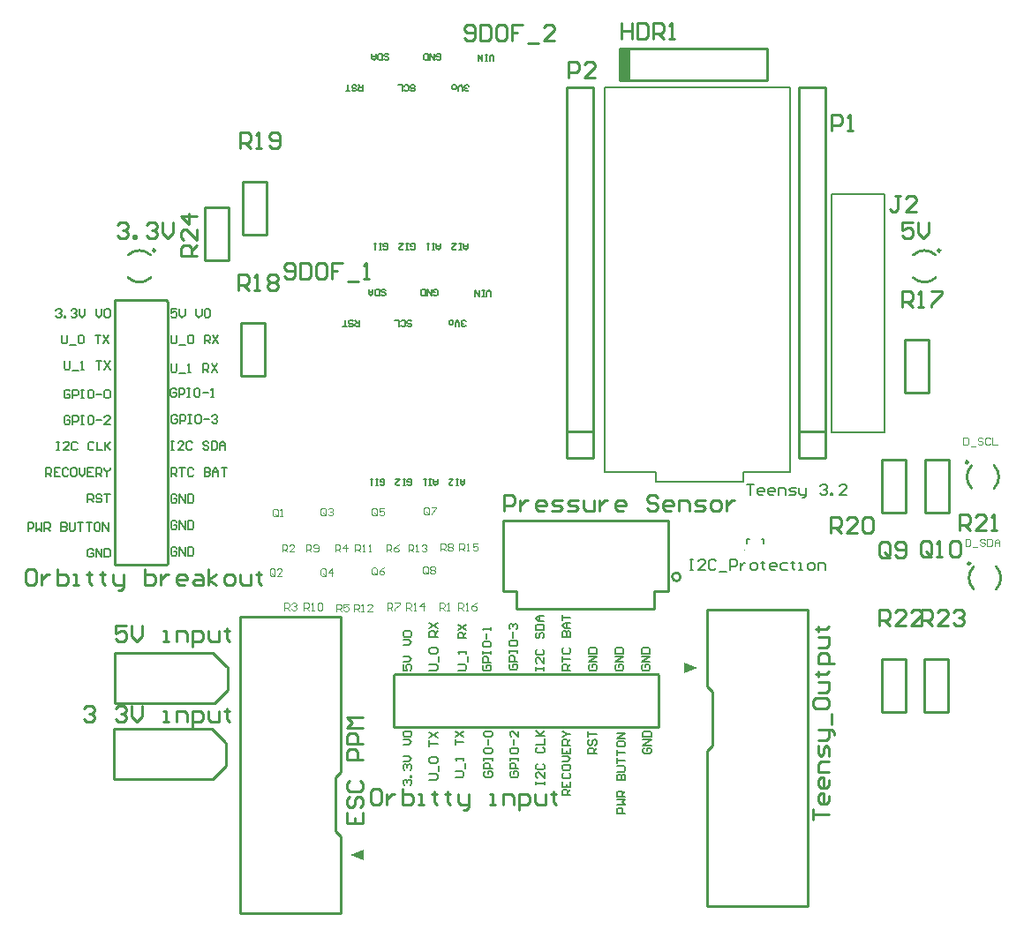
<source format=gto>
G04 Layer_Color=15132400*
%FSLAX24Y24*%
%MOIN*%
G70*
G01*
G75*
%ADD14C,0.0100*%
%ADD31C,0.0039*%
%ADD32C,0.0079*%
%ADD33C,0.0080*%
%ADD34C,0.0059*%
%ADD35C,0.0055*%
%ADD36R,0.0400X0.1200*%
G36*
X19140Y25469D02*
X18640Y25669D01*
X19140Y25869D01*
Y25469D01*
D02*
G37*
G36*
X31754Y32756D02*
X31254Y32556D01*
Y32956D01*
X31754Y32756D01*
D02*
G37*
D14*
X11269Y48513D02*
G03*
X11269Y48513I-50J0D01*
G01*
X11095Y48339D02*
G03*
X10244Y48339I-426J-426D01*
G01*
Y47488D02*
G03*
X11095Y47488I426J426D01*
G01*
X40915Y48513D02*
G03*
X40915Y48513I-50J0D01*
G01*
X40741Y48339D02*
G03*
X39889Y48339I-426J-426D01*
G01*
Y47488D02*
G03*
X40741Y47488I426J426D01*
G01*
X41970Y40511D02*
G03*
X41970Y40511I-50J0D01*
G01*
X42094Y40386D02*
G03*
X42094Y39535I426J-426D01*
G01*
X42945D02*
G03*
X42945Y40386I-426J426D01*
G01*
X42048Y36692D02*
G03*
X42048Y36692I-50J0D01*
G01*
X42173Y36567D02*
G03*
X42173Y35716I426J-426D01*
G01*
X43024D02*
G03*
X43024Y36567I-426J426D01*
G01*
X31102Y36181D02*
G03*
X31102Y36181I-157J0D01*
G01*
X14033Y48134D02*
Y50134D01*
X13133Y48134D02*
X14033D01*
X13133Y50134D02*
X14033D01*
X13133Y48134D02*
Y50134D01*
X40489Y43134D02*
Y45134D01*
X39589Y43134D02*
X40489D01*
X39589Y45134D02*
X40489D01*
X39589Y43134D02*
Y45134D01*
X38723Y38606D02*
Y40606D01*
X39623D01*
X38723Y38606D02*
X39623D01*
Y40606D01*
X40337Y38606D02*
Y40606D01*
X41237D01*
X40337Y38606D02*
X41237D01*
Y40606D01*
X32104Y32056D02*
Y34956D01*
Y32056D02*
X32304Y31856D01*
X32104Y23756D02*
Y29606D01*
X32304Y29806D01*
X32104Y23756D02*
X35904D01*
Y34956D01*
X32104D02*
X35904D01*
X32304Y29806D02*
Y31856D01*
X28814Y54951D02*
Y56151D01*
Y54951D02*
X34364D01*
Y56151D01*
X28814D02*
X34364D01*
X27823Y40681D02*
Y54681D01*
X26823Y40681D02*
X27823D01*
X26823Y54681D02*
X27823D01*
X26823Y40681D02*
Y54681D01*
Y41681D02*
X27823D01*
X40298Y31087D02*
Y33087D01*
X41198D01*
X40298Y31087D02*
X41198D01*
Y33087D01*
X38723Y31087D02*
Y33087D01*
X39623D01*
X38723Y31087D02*
X39623D01*
Y33087D01*
X30114Y35630D02*
X30626D01*
X30114Y34961D02*
Y35630D01*
X24917Y34961D02*
X30114D01*
X24917D02*
Y35630D01*
X24406D02*
X24917D01*
X24406D02*
Y38307D01*
X30626D01*
Y35630D02*
Y38307D01*
X14589Y49118D02*
Y51118D01*
X15489D01*
X14589Y49118D02*
X15489D01*
Y51118D01*
X14511Y43764D02*
Y45764D01*
X15411D01*
X14511Y43764D02*
X15411D01*
Y45764D01*
X11678Y36642D02*
X11728Y36692D01*
X9728Y36642D02*
X11678D01*
X9728D02*
Y46642D01*
X11728Y36692D02*
Y46592D01*
X9728Y46642D02*
X11678D01*
X11728Y46592D01*
X13956Y29038D02*
Y29888D01*
X13906Y29938D02*
X13956Y29888D01*
X13406Y30438D02*
X13906Y29938D01*
X10956Y30438D02*
X13406D01*
X13456Y28538D02*
X13956Y29038D01*
X12906Y28538D02*
X13456D01*
X9706Y29488D02*
Y30438D01*
X10956D01*
X9706Y28538D02*
X12906D01*
X9706D02*
Y29438D01*
X10906Y28538D02*
X11056D01*
X9706Y29438D02*
Y29488D01*
X20287Y32466D02*
X20337Y32516D01*
X20287Y30516D02*
Y32466D01*
X20337Y32516D02*
X30237D01*
X20287Y30516D02*
X30287D01*
Y32466D01*
X30237Y32516D02*
X30287Y32466D01*
X18290Y23469D02*
Y26369D01*
X18090Y26569D02*
X18290Y26369D01*
Y28819D02*
Y34669D01*
X18090Y28619D02*
X18290Y28819D01*
X14490Y34669D02*
X18290D01*
X14490Y23469D02*
Y34669D01*
Y23469D02*
X18290D01*
X18090Y26569D02*
Y28619D01*
X13995Y31912D02*
Y32762D01*
X13945Y32812D02*
X13995Y32762D01*
X13445Y33312D02*
X13945Y32812D01*
X10995Y33312D02*
X13445D01*
X13495Y31412D02*
X13995Y31912D01*
X12945Y31412D02*
X13495D01*
X9745Y32362D02*
Y33312D01*
X10995D01*
X9745Y31412D02*
X12945D01*
X9745D02*
Y32312D01*
X10945Y31412D02*
X11095D01*
X9745Y32312D02*
Y32362D01*
X36563Y40681D02*
Y54681D01*
X35563Y40681D02*
X36563D01*
X35563Y54681D02*
X36563D01*
X35563Y40681D02*
Y54681D01*
Y41681D02*
X36563D01*
X12835Y48307D02*
X12235D01*
Y48607D01*
X12335Y48707D01*
X12535D01*
X12635Y48607D01*
Y48307D01*
Y48507D02*
X12835Y48707D01*
Y49307D02*
Y48907D01*
X12435Y49307D01*
X12335D01*
X12235Y49207D01*
Y49007D01*
X12335Y48907D01*
X12835Y49807D02*
X12235D01*
X12535Y49507D01*
Y49907D01*
X39489Y46381D02*
Y46980D01*
X39789D01*
X39889Y46880D01*
Y46681D01*
X39789Y46581D01*
X39489D01*
X39689D02*
X39889Y46381D01*
X40089D02*
X40289D01*
X40189D01*
Y46980D01*
X40089Y46880D01*
X40589Y46980D02*
X40989D01*
Y46880D01*
X40589Y46481D01*
Y46381D01*
X39890Y49590D02*
X39490D01*
Y49290D01*
X39690Y49390D01*
X39790D01*
X39890Y49290D01*
Y49090D01*
X39790Y48990D01*
X39590D01*
X39490Y49090D01*
X40090Y49590D02*
Y49190D01*
X40290Y48990D01*
X40490Y49190D01*
Y49590D01*
X9840Y49490D02*
X9940Y49590D01*
X10140D01*
X10240Y49490D01*
Y49390D01*
X10140Y49290D01*
X10040D01*
X10140D01*
X10240Y49190D01*
Y49090D01*
X10140Y48990D01*
X9940D01*
X9840Y49090D01*
X10440Y48990D02*
Y49090D01*
X10540D01*
Y48990D01*
X10440D01*
X10940Y49490D02*
X11040Y49590D01*
X11240D01*
X11340Y49490D01*
Y49390D01*
X11240Y49290D01*
X11140D01*
X11240D01*
X11340Y49190D01*
Y49090D01*
X11240Y48990D01*
X11040D01*
X10940Y49090D01*
X11539Y49590D02*
Y49190D01*
X11739Y48990D01*
X11939Y49190D01*
Y49590D01*
X36093Y27008D02*
Y27408D01*
Y27208D01*
X36693D01*
Y27908D02*
Y27708D01*
X36593Y27608D01*
X36393D01*
X36293Y27708D01*
Y27908D01*
X36393Y28008D01*
X36493D01*
Y27608D01*
X36693Y28507D02*
Y28307D01*
X36593Y28207D01*
X36393D01*
X36293Y28307D01*
Y28507D01*
X36393Y28607D01*
X36493D01*
Y28207D01*
X36693Y28807D02*
X36293D01*
Y29107D01*
X36393Y29207D01*
X36693D01*
Y29407D02*
Y29707D01*
X36593Y29807D01*
X36493Y29707D01*
Y29507D01*
X36393Y29407D01*
X36293Y29507D01*
Y29807D01*
Y30007D02*
X36593D01*
X36693Y30107D01*
Y30407D01*
X36793D01*
X36893Y30307D01*
Y30207D01*
X36693Y30407D02*
X36293D01*
X36793Y30607D02*
Y31007D01*
X36093Y31506D02*
Y31306D01*
X36193Y31207D01*
X36593D01*
X36693Y31306D01*
Y31506D01*
X36593Y31606D01*
X36193D01*
X36093Y31506D01*
X36293Y31806D02*
X36593D01*
X36693Y31906D01*
Y32206D01*
X36293D01*
X36193Y32506D02*
X36293D01*
Y32406D01*
Y32606D01*
Y32506D01*
X36593D01*
X36693Y32606D01*
X36893Y32906D02*
X36293D01*
Y33206D01*
X36393Y33306D01*
X36593D01*
X36693Y33206D01*
Y32906D01*
X36293Y33506D02*
X36593D01*
X36693Y33606D01*
Y33906D01*
X36293D01*
X36193Y34206D02*
X36293D01*
Y34106D01*
Y34306D01*
Y34206D01*
X36593D01*
X36693Y34306D01*
X26869Y55033D02*
Y55632D01*
X27169D01*
X27269Y55532D01*
Y55332D01*
X27169Y55232D01*
X26869D01*
X27868Y55033D02*
X27469D01*
X27868Y55432D01*
Y55532D01*
X27768Y55632D01*
X27569D01*
X27469Y55532D01*
X36811Y53032D02*
Y53631D01*
X37111D01*
X37211Y53531D01*
Y53331D01*
X37111Y53231D01*
X36811D01*
X37411Y53032D02*
X37611D01*
X37511D01*
Y53631D01*
X37411Y53531D01*
X28865Y57104D02*
Y56504D01*
Y56804D01*
X29265D01*
Y57104D01*
Y56504D01*
X29464Y57104D02*
Y56504D01*
X29764D01*
X29864Y56604D01*
Y57004D01*
X29764Y57104D01*
X29464D01*
X30064Y56504D02*
Y57104D01*
X30364D01*
X30464Y57004D01*
Y56804D01*
X30364Y56704D01*
X30064D01*
X30264D02*
X30464Y56504D01*
X30664D02*
X30864D01*
X30764D01*
Y57104D01*
X30664Y57004D01*
X40193Y34332D02*
Y34931D01*
X40493D01*
X40593Y34831D01*
Y34632D01*
X40493Y34532D01*
X40193D01*
X40393D02*
X40593Y34332D01*
X41193D02*
X40793D01*
X41193Y34731D01*
Y34831D01*
X41093Y34931D01*
X40893D01*
X40793Y34831D01*
X41393D02*
X41493Y34931D01*
X41693D01*
X41793Y34831D01*
Y34731D01*
X41693Y34632D01*
X41593D01*
X41693D01*
X41793Y34532D01*
Y34432D01*
X41693Y34332D01*
X41493D01*
X41393Y34432D01*
X38618Y34332D02*
Y34931D01*
X38918D01*
X39018Y34831D01*
Y34632D01*
X38918Y34532D01*
X38618D01*
X38818D02*
X39018Y34332D01*
X39618D02*
X39218D01*
X39618Y34731D01*
Y34831D01*
X39518Y34931D01*
X39318D01*
X39218Y34831D01*
X40218Y34332D02*
X39818D01*
X40218Y34731D01*
Y34831D01*
X40118Y34931D01*
X39918D01*
X39818Y34831D01*
X41654Y37953D02*
Y38553D01*
X41953D01*
X42053Y38453D01*
Y38253D01*
X41953Y38153D01*
X41654D01*
X41853D02*
X42053Y37953D01*
X42653D02*
X42253D01*
X42653Y38353D01*
Y38453D01*
X42553Y38553D01*
X42353D01*
X42253Y38453D01*
X42853Y37953D02*
X43053D01*
X42953D01*
Y38553D01*
X42853Y38453D01*
X36772Y37835D02*
Y38434D01*
X37072D01*
X37172Y38334D01*
Y38135D01*
X37072Y38035D01*
X36772D01*
X36972D02*
X37172Y37835D01*
X37771D02*
X37371D01*
X37771Y38235D01*
Y38334D01*
X37671Y38434D01*
X37471D01*
X37371Y38334D01*
X37971D02*
X38071Y38434D01*
X38271D01*
X38371Y38334D01*
Y37935D01*
X38271Y37835D01*
X38071D01*
X37971Y37935D01*
Y38334D01*
X14484Y52363D02*
Y52963D01*
X14784D01*
X14884Y52863D01*
Y52663D01*
X14784Y52563D01*
X14484D01*
X14684D02*
X14884Y52363D01*
X15084D02*
X15284D01*
X15184D01*
Y52963D01*
X15084Y52863D01*
X15584Y52463D02*
X15684Y52363D01*
X15884D01*
X15984Y52463D01*
Y52863D01*
X15884Y52963D01*
X15684D01*
X15584Y52863D01*
Y52763D01*
X15684Y52663D01*
X15984D01*
X14406Y47009D02*
Y47609D01*
X14706D01*
X14806Y47509D01*
Y47309D01*
X14706Y47209D01*
X14406D01*
X14606D02*
X14806Y47009D01*
X15005D02*
X15205D01*
X15105D01*
Y47609D01*
X15005Y47509D01*
X15505D02*
X15605Y47609D01*
X15805D01*
X15905Y47509D01*
Y47409D01*
X15805Y47309D01*
X15905Y47209D01*
Y47109D01*
X15805Y47009D01*
X15605D01*
X15505Y47109D01*
Y47209D01*
X15605Y47309D01*
X15505Y47409D01*
Y47509D01*
X15605Y47309D02*
X15805D01*
X40587Y37036D02*
Y37435D01*
X40487Y37535D01*
X40287D01*
X40187Y37435D01*
Y37036D01*
X40287Y36936D01*
X40487D01*
X40387Y37135D02*
X40587Y36936D01*
X40487D02*
X40587Y37036D01*
X40787Y36936D02*
X40986D01*
X40887D01*
Y37535D01*
X40787Y37435D01*
X41286D02*
X41386Y37535D01*
X41586D01*
X41686Y37435D01*
Y37036D01*
X41586Y36936D01*
X41386D01*
X41286Y37036D01*
Y37435D01*
X39012Y36996D02*
Y37396D01*
X38912Y37496D01*
X38712D01*
X38612Y37396D01*
Y36996D01*
X38712Y36896D01*
X38912D01*
X38812Y37096D02*
X39012Y36896D01*
X38912D02*
X39012Y36996D01*
X39212D02*
X39312Y36896D01*
X39512D01*
X39612Y36996D01*
Y37396D01*
X39512Y37496D01*
X39312D01*
X39212Y37396D01*
Y37296D01*
X39312Y37196D01*
X39612D01*
X24453Y38661D02*
Y39261D01*
X24753D01*
X24853Y39161D01*
Y38961D01*
X24753Y38861D01*
X24453D01*
X25053Y39061D02*
Y38661D01*
Y38861D01*
X25153Y38961D01*
X25252Y39061D01*
X25352D01*
X25952Y38661D02*
X25752D01*
X25652Y38761D01*
Y38961D01*
X25752Y39061D01*
X25952D01*
X26052Y38961D01*
Y38861D01*
X25652D01*
X26252Y38661D02*
X26552D01*
X26652Y38761D01*
X26552Y38861D01*
X26352D01*
X26252Y38961D01*
X26352Y39061D01*
X26652D01*
X26852Y38661D02*
X27152D01*
X27252Y38761D01*
X27152Y38861D01*
X26952D01*
X26852Y38961D01*
X26952Y39061D01*
X27252D01*
X27452D02*
Y38761D01*
X27552Y38661D01*
X27852D01*
Y39061D01*
X28052D02*
Y38661D01*
Y38861D01*
X28152Y38961D01*
X28252Y39061D01*
X28351D01*
X28951Y38661D02*
X28751D01*
X28651Y38761D01*
Y38961D01*
X28751Y39061D01*
X28951D01*
X29051Y38961D01*
Y38861D01*
X28651D01*
X30251Y39161D02*
X30151Y39261D01*
X29951D01*
X29851Y39161D01*
Y39061D01*
X29951Y38961D01*
X30151D01*
X30251Y38861D01*
Y38761D01*
X30151Y38661D01*
X29951D01*
X29851Y38761D01*
X30751Y38661D02*
X30551D01*
X30451Y38761D01*
Y38961D01*
X30551Y39061D01*
X30751D01*
X30851Y38961D01*
Y38861D01*
X30451D01*
X31051Y38661D02*
Y39061D01*
X31351D01*
X31450Y38961D01*
Y38661D01*
X31650D02*
X31950D01*
X32050Y38761D01*
X31950Y38861D01*
X31750D01*
X31650Y38961D01*
X31750Y39061D01*
X32050D01*
X32350Y38661D02*
X32550D01*
X32650Y38761D01*
Y38961D01*
X32550Y39061D01*
X32350D01*
X32250Y38961D01*
Y38761D01*
X32350Y38661D01*
X32850Y39061D02*
Y38661D01*
Y38861D01*
X32950Y38961D01*
X33050Y39061D01*
X33150D01*
X6678Y36466D02*
X6478D01*
X6378Y36366D01*
Y35966D01*
X6478Y35866D01*
X6678D01*
X6778Y35966D01*
Y36366D01*
X6678Y36466D01*
X6978Y36266D02*
Y35866D01*
Y36066D01*
X7078Y36166D01*
X7178Y36266D01*
X7278D01*
X7578Y36466D02*
Y35866D01*
X7877D01*
X7977Y35966D01*
Y36066D01*
Y36166D01*
X7877Y36266D01*
X7578D01*
X8177Y35866D02*
X8377D01*
X8277D01*
Y36266D01*
X8177D01*
X8777Y36366D02*
Y36266D01*
X8677D01*
X8877D01*
X8777D01*
Y35966D01*
X8877Y35866D01*
X9277Y36366D02*
Y36266D01*
X9177D01*
X9377D01*
X9277D01*
Y35966D01*
X9377Y35866D01*
X9677Y36266D02*
Y35966D01*
X9777Y35866D01*
X10077D01*
Y35766D01*
X9977Y35666D01*
X9877D01*
X10077Y35866D02*
Y36266D01*
X10876Y36466D02*
Y35866D01*
X11176D01*
X11276Y35966D01*
Y36066D01*
Y36166D01*
X11176Y36266D01*
X10876D01*
X11476D02*
Y35866D01*
Y36066D01*
X11576Y36166D01*
X11676Y36266D01*
X11776D01*
X12376Y35866D02*
X12176D01*
X12076Y35966D01*
Y36166D01*
X12176Y36266D01*
X12376D01*
X12476Y36166D01*
Y36066D01*
X12076D01*
X12776Y36266D02*
X12976D01*
X13076Y36166D01*
Y35866D01*
X12776D01*
X12676Y35966D01*
X12776Y36066D01*
X13076D01*
X13276Y35866D02*
Y36466D01*
Y36066D02*
X13576Y36266D01*
X13276Y36066D02*
X13576Y35866D01*
X13975D02*
X14175D01*
X14275Y35966D01*
Y36166D01*
X14175Y36266D01*
X13975D01*
X13876Y36166D01*
Y35966D01*
X13975Y35866D01*
X14475Y36266D02*
Y35966D01*
X14575Y35866D01*
X14875D01*
Y36266D01*
X15175Y36366D02*
Y36266D01*
X15075D01*
X15275D01*
X15175D01*
Y35966D01*
X15275Y35866D01*
X18495Y27290D02*
Y26890D01*
X19094D01*
Y27290D01*
X18795Y26890D02*
Y27090D01*
X18595Y27889D02*
X18495Y27789D01*
Y27590D01*
X18595Y27490D01*
X18695D01*
X18795Y27590D01*
Y27789D01*
X18895Y27889D01*
X18995D01*
X19094Y27789D01*
Y27590D01*
X18995Y27490D01*
X18595Y28489D02*
X18495Y28389D01*
Y28189D01*
X18595Y28089D01*
X18995D01*
X19094Y28189D01*
Y28389D01*
X18995Y28489D01*
X19094Y29289D02*
X18495D01*
Y29589D01*
X18595Y29689D01*
X18795D01*
X18895Y29589D01*
Y29289D01*
X19094Y29889D02*
X18495D01*
Y30189D01*
X18595Y30289D01*
X18795D01*
X18895Y30189D01*
Y29889D01*
X19094Y30489D02*
X18495D01*
X18695Y30689D01*
X18495Y30888D01*
X19094D01*
X8583Y31209D02*
X8683Y31308D01*
X8883D01*
X8983Y31209D01*
Y31109D01*
X8883Y31009D01*
X8783D01*
X8883D01*
X8983Y30909D01*
Y30809D01*
X8883Y30709D01*
X8683D01*
X8583Y30809D01*
X9782Y31209D02*
X9882Y31308D01*
X10082D01*
X10182Y31209D01*
Y31109D01*
X10082Y31009D01*
X9982D01*
X10082D01*
X10182Y30909D01*
Y30809D01*
X10082Y30709D01*
X9882D01*
X9782Y30809D01*
X10382Y31308D02*
Y30909D01*
X10582Y30709D01*
X10782Y30909D01*
Y31308D01*
X11582Y30709D02*
X11782D01*
X11682D01*
Y31109D01*
X11582D01*
X12082Y30709D02*
Y31109D01*
X12381D01*
X12481Y31009D01*
Y30709D01*
X12681Y30509D02*
Y31109D01*
X12981D01*
X13081Y31009D01*
Y30809D01*
X12981Y30709D01*
X12681D01*
X13281Y31109D02*
Y30809D01*
X13381Y30709D01*
X13681D01*
Y31109D01*
X13981Y31209D02*
Y31109D01*
X13881D01*
X14081D01*
X13981D01*
Y30809D01*
X14081Y30709D01*
X22953Y56557D02*
X23053Y56457D01*
X23253D01*
X23353Y56557D01*
Y56957D01*
X23253Y57056D01*
X23053D01*
X22953Y56957D01*
Y56857D01*
X23053Y56757D01*
X23353D01*
X23553Y57056D02*
Y56457D01*
X23852D01*
X23952Y56557D01*
Y56957D01*
X23852Y57056D01*
X23553D01*
X24452D02*
X24252D01*
X24152Y56957D01*
Y56557D01*
X24252Y56457D01*
X24452D01*
X24552Y56557D01*
Y56957D01*
X24452Y57056D01*
X25152D02*
X24752D01*
Y56757D01*
X24952D01*
X24752D01*
Y56457D01*
X25352Y56357D02*
X25752D01*
X26352Y56457D02*
X25952D01*
X26352Y56857D01*
Y56957D01*
X26252Y57056D01*
X26052D01*
X25952Y56957D01*
X16142Y47541D02*
X16242Y47441D01*
X16442D01*
X16542Y47541D01*
Y47941D01*
X16442Y48041D01*
X16242D01*
X16142Y47941D01*
Y47841D01*
X16242Y47741D01*
X16542D01*
X16742Y48041D02*
Y47441D01*
X17041D01*
X17141Y47541D01*
Y47941D01*
X17041Y48041D01*
X16742D01*
X17641D02*
X17441D01*
X17341Y47941D01*
Y47541D01*
X17441Y47441D01*
X17641D01*
X17741Y47541D01*
Y47941D01*
X17641Y48041D01*
X18341D02*
X17941D01*
Y47741D01*
X18141D01*
X17941D01*
Y47441D01*
X18541Y47341D02*
X18941D01*
X19141Y47441D02*
X19341D01*
X19241D01*
Y48041D01*
X19141Y47941D01*
X10164Y34340D02*
X9764D01*
Y34040D01*
X9964Y34140D01*
X10064D01*
X10164Y34040D01*
Y33840D01*
X10064Y33740D01*
X9864D01*
X9764Y33840D01*
X10364Y34340D02*
Y33940D01*
X10564Y33740D01*
X10763Y33940D01*
Y34340D01*
X11563Y33740D02*
X11763D01*
X11663D01*
Y34140D01*
X11563D01*
X12063Y33740D02*
Y34140D01*
X12363D01*
X12463Y34040D01*
Y33740D01*
X12663Y33540D02*
Y34140D01*
X12963D01*
X13063Y34040D01*
Y33840D01*
X12963Y33740D01*
X12663D01*
X13263Y34140D02*
Y33840D01*
X13363Y33740D01*
X13663D01*
Y34140D01*
X13962Y34240D02*
Y34140D01*
X13862D01*
X14062D01*
X13962D01*
Y33840D01*
X14062Y33740D01*
X39416Y50560D02*
X39216D01*
X39316D01*
Y50061D01*
X39216Y49961D01*
X39116D01*
X39016Y50061D01*
X40015Y49961D02*
X39616D01*
X40015Y50360D01*
Y50460D01*
X39915Y50560D01*
X39716D01*
X39616Y50460D01*
X19709Y28159D02*
X19509D01*
X19409Y28059D01*
Y27659D01*
X19509Y27559D01*
X19709D01*
X19809Y27659D01*
Y28059D01*
X19709Y28159D01*
X20009Y27959D02*
Y27559D01*
Y27759D01*
X20109Y27859D01*
X20209Y27959D01*
X20309D01*
X20609Y28159D02*
Y27559D01*
X20909D01*
X21009Y27659D01*
Y27759D01*
Y27859D01*
X20909Y27959D01*
X20609D01*
X21209Y27559D02*
X21409D01*
X21309D01*
Y27959D01*
X21209D01*
X21809Y28059D02*
Y27959D01*
X21709D01*
X21909D01*
X21809D01*
Y27659D01*
X21909Y27559D01*
X22309Y28059D02*
Y27959D01*
X22209D01*
X22408D01*
X22309D01*
Y27659D01*
X22408Y27559D01*
X22708Y27959D02*
Y27659D01*
X22808Y27559D01*
X23108D01*
Y27459D01*
X23008Y27359D01*
X22908D01*
X23108Y27559D02*
Y27959D01*
X23908Y27559D02*
X24108D01*
X24008D01*
Y27959D01*
X23908D01*
X24408Y27559D02*
Y27959D01*
X24708D01*
X24808Y27859D01*
Y27559D01*
X25008Y27359D02*
Y27959D01*
X25308D01*
X25408Y27859D01*
Y27659D01*
X25308Y27559D01*
X25008D01*
X25607Y27959D02*
Y27659D01*
X25707Y27559D01*
X26007D01*
Y27959D01*
X26307Y28059D02*
Y27959D01*
X26207D01*
X26407D01*
X26307D01*
Y27659D01*
X26407Y27559D01*
D31*
X33532Y37186D02*
G03*
X33532Y37186I-20J0D01*
G01*
X22717Y34921D02*
Y35197D01*
X22854D01*
X22900Y35151D01*
Y35059D01*
X22854Y35013D01*
X22717D01*
X22808D02*
X22900Y34921D01*
X22992D02*
X23084D01*
X23038D01*
Y35197D01*
X22992Y35151D01*
X23405Y35197D02*
X23313Y35151D01*
X23222Y35059D01*
Y34967D01*
X23268Y34921D01*
X23359D01*
X23405Y34967D01*
Y35013D01*
X23359Y35059D01*
X23222D01*
X22756Y37165D02*
Y37441D01*
X22894D01*
X22940Y37395D01*
Y37303D01*
X22894Y37257D01*
X22756D01*
X22848D02*
X22940Y37165D01*
X23031D02*
X23123D01*
X23077D01*
Y37441D01*
X23031Y37395D01*
X23445Y37441D02*
X23261D01*
Y37303D01*
X23353Y37349D01*
X23399D01*
X23445Y37303D01*
Y37211D01*
X23399Y37165D01*
X23307D01*
X23261Y37211D01*
X20748Y34921D02*
Y35197D01*
X20886D01*
X20932Y35151D01*
Y35059D01*
X20886Y35013D01*
X20748D01*
X20840D02*
X20932Y34921D01*
X21024D02*
X21115D01*
X21069D01*
Y35197D01*
X21024Y35151D01*
X21391Y34921D02*
Y35197D01*
X21253Y35059D01*
X21437D01*
X20827Y37126D02*
Y37401D01*
X20965D01*
X21010Y37356D01*
Y37264D01*
X20965Y37218D01*
X20827D01*
X20919D02*
X21010Y37126D01*
X21102D02*
X21194D01*
X21148D01*
Y37401D01*
X21102Y37356D01*
X21332D02*
X21378Y37401D01*
X21470D01*
X21516Y37356D01*
Y37310D01*
X21470Y37264D01*
X21424D01*
X21470D01*
X21516Y37218D01*
Y37172D01*
X21470Y37126D01*
X21378D01*
X21332Y37172D01*
X18780Y34882D02*
Y35157D01*
X18917D01*
X18963Y35111D01*
Y35020D01*
X18917Y34974D01*
X18780D01*
X18871D02*
X18963Y34882D01*
X19055D02*
X19147D01*
X19101D01*
Y35157D01*
X19055Y35111D01*
X19468Y34882D02*
X19285D01*
X19468Y35066D01*
Y35111D01*
X19422Y35157D01*
X19331D01*
X19285Y35111D01*
X18819Y37126D02*
Y37401D01*
X18957D01*
X19003Y37356D01*
Y37264D01*
X18957Y37218D01*
X18819D01*
X18911D02*
X19003Y37126D01*
X19094D02*
X19186D01*
X19140D01*
Y37401D01*
X19094Y37356D01*
X19324Y37126D02*
X19416D01*
X19370D01*
Y37401D01*
X19324Y37356D01*
X16890Y34921D02*
Y35197D01*
X17028D01*
X17073Y35151D01*
Y35059D01*
X17028Y35013D01*
X16890D01*
X16982D02*
X17073Y34921D01*
X17165D02*
X17257D01*
X17211D01*
Y35197D01*
X17165Y35151D01*
X17395D02*
X17441Y35197D01*
X17533D01*
X17579Y35151D01*
Y34967D01*
X17533Y34921D01*
X17441D01*
X17395Y34967D01*
Y35151D01*
X16968Y37126D02*
Y37401D01*
X17106D01*
X17152Y37356D01*
Y37264D01*
X17106Y37218D01*
X16968D01*
X17060D02*
X17152Y37126D01*
X17244Y37172D02*
X17290Y37126D01*
X17382D01*
X17428Y37172D01*
Y37356D01*
X17382Y37401D01*
X17290D01*
X17244Y37356D01*
Y37310D01*
X17290Y37264D01*
X17428D01*
X22047Y37165D02*
Y37441D01*
X22185D01*
X22231Y37395D01*
Y37303D01*
X22185Y37257D01*
X22047D01*
X22139D02*
X22231Y37165D01*
X22323Y37395D02*
X22369Y37441D01*
X22460D01*
X22506Y37395D01*
Y37349D01*
X22460Y37303D01*
X22506Y37257D01*
Y37211D01*
X22460Y37165D01*
X22369D01*
X22323Y37211D01*
Y37257D01*
X22369Y37303D01*
X22323Y37349D01*
Y37395D01*
X22369Y37303D02*
X22460D01*
X20039Y34921D02*
Y35197D01*
X20177D01*
X20223Y35151D01*
Y35059D01*
X20177Y35013D01*
X20039D01*
X20131D02*
X20223Y34921D01*
X20315Y35197D02*
X20499D01*
Y35151D01*
X20315Y34967D01*
Y34921D01*
X20000Y37126D02*
Y37401D01*
X20138D01*
X20184Y37356D01*
Y37264D01*
X20138Y37218D01*
X20000D01*
X20092D02*
X20184Y37126D01*
X20459Y37401D02*
X20367Y37356D01*
X20275Y37264D01*
Y37172D01*
X20321Y37126D01*
X20413D01*
X20459Y37172D01*
Y37218D01*
X20413Y37264D01*
X20275D01*
X18110Y34882D02*
Y35157D01*
X18248D01*
X18294Y35111D01*
Y35020D01*
X18248Y34974D01*
X18110D01*
X18202D02*
X18294Y34882D01*
X18569Y35157D02*
X18386D01*
Y35020D01*
X18478Y35066D01*
X18523D01*
X18569Y35020D01*
Y34928D01*
X18523Y34882D01*
X18432D01*
X18386Y34928D01*
X18071Y37126D02*
Y37401D01*
X18209D01*
X18255Y37356D01*
Y37264D01*
X18209Y37218D01*
X18071D01*
X18163D02*
X18255Y37126D01*
X18484D02*
Y37401D01*
X18346Y37264D01*
X18530D01*
X16142Y34921D02*
Y35197D01*
X16279D01*
X16325Y35151D01*
Y35059D01*
X16279Y35013D01*
X16142D01*
X16234D02*
X16325Y34921D01*
X16417Y35151D02*
X16463Y35197D01*
X16555D01*
X16601Y35151D01*
Y35105D01*
X16555Y35059D01*
X16509D01*
X16555D01*
X16601Y35013D01*
Y34967D01*
X16555Y34921D01*
X16463D01*
X16417Y34967D01*
X16063Y37126D02*
Y37401D01*
X16201D01*
X16247Y37356D01*
Y37264D01*
X16201Y37218D01*
X16063D01*
X16155D02*
X16247Y37126D01*
X16522D02*
X16338D01*
X16522Y37310D01*
Y37356D01*
X16476Y37401D01*
X16384D01*
X16338Y37356D01*
X22008Y34921D02*
Y35197D01*
X22146D01*
X22192Y35151D01*
Y35059D01*
X22146Y35013D01*
X22008D01*
X22100D02*
X22192Y34921D01*
X22283D02*
X22375D01*
X22329D01*
Y35197D01*
X22283Y35151D01*
X21562Y36345D02*
Y36529D01*
X21516Y36575D01*
X21424D01*
X21378Y36529D01*
Y36345D01*
X21424Y36299D01*
X21516D01*
X21470Y36391D02*
X21562Y36299D01*
X21516D02*
X21562Y36345D01*
X21653Y36529D02*
X21699Y36575D01*
X21791D01*
X21837Y36529D01*
Y36483D01*
X21791Y36437D01*
X21837Y36391D01*
Y36345D01*
X21791Y36299D01*
X21699D01*
X21653Y36345D01*
Y36391D01*
X21699Y36437D01*
X21653Y36483D01*
Y36529D01*
X21699Y36437D02*
X21791D01*
X21601Y38589D02*
Y38773D01*
X21555Y38819D01*
X21463D01*
X21417Y38773D01*
Y38589D01*
X21463Y38543D01*
X21555D01*
X21509Y38635D02*
X21601Y38543D01*
X21555D02*
X21601Y38589D01*
X21693Y38819D02*
X21876D01*
Y38773D01*
X21693Y38589D01*
Y38543D01*
X19632Y36306D02*
Y36489D01*
X19587Y36535D01*
X19495D01*
X19449Y36489D01*
Y36306D01*
X19495Y36260D01*
X19587D01*
X19541Y36352D02*
X19632Y36260D01*
X19587D02*
X19632Y36306D01*
X19908Y36535D02*
X19816Y36489D01*
X19724Y36398D01*
Y36306D01*
X19770Y36260D01*
X19862D01*
X19908Y36306D01*
Y36352D01*
X19862Y36398D01*
X19724D01*
X19632Y38550D02*
Y38734D01*
X19587Y38779D01*
X19495D01*
X19449Y38734D01*
Y38550D01*
X19495Y38504D01*
X19587D01*
X19541Y38596D02*
X19632Y38504D01*
X19587D02*
X19632Y38550D01*
X19908Y38779D02*
X19724D01*
Y38642D01*
X19816Y38688D01*
X19862D01*
X19908Y38642D01*
Y38550D01*
X19862Y38504D01*
X19770D01*
X19724Y38550D01*
X17703Y36266D02*
Y36450D01*
X17657Y36496D01*
X17566D01*
X17520Y36450D01*
Y36266D01*
X17566Y36220D01*
X17657D01*
X17612Y36312D02*
X17703Y36220D01*
X17657D02*
X17703Y36266D01*
X17933Y36220D02*
Y36496D01*
X17795Y36358D01*
X17979D01*
X17703Y38550D02*
Y38734D01*
X17657Y38779D01*
X17566D01*
X17520Y38734D01*
Y38550D01*
X17566Y38504D01*
X17657D01*
X17612Y38596D02*
X17703Y38504D01*
X17657D02*
X17703Y38550D01*
X17795Y38734D02*
X17841Y38779D01*
X17933D01*
X17979Y38734D01*
Y38688D01*
X17933Y38642D01*
X17887D01*
X17933D01*
X17979Y38596D01*
Y38550D01*
X17933Y38504D01*
X17841D01*
X17795Y38550D01*
X15774Y36266D02*
Y36450D01*
X15728Y36496D01*
X15636D01*
X15591Y36450D01*
Y36266D01*
X15636Y36220D01*
X15728D01*
X15682Y36312D02*
X15774Y36220D01*
X15728D02*
X15774Y36266D01*
X16050Y36220D02*
X15866D01*
X16050Y36404D01*
Y36450D01*
X16004Y36496D01*
X15912D01*
X15866Y36450D01*
X15892Y38510D02*
Y38694D01*
X15846Y38740D01*
X15755D01*
X15709Y38694D01*
Y38510D01*
X15755Y38465D01*
X15846D01*
X15800Y38556D02*
X15892Y38465D01*
X15846D02*
X15892Y38510D01*
X15984Y38465D02*
X16076D01*
X16030D01*
Y38740D01*
X15984Y38694D01*
X41863Y37624D02*
Y37349D01*
X42001D01*
X42047Y37395D01*
Y37578D01*
X42001Y37624D01*
X41863D01*
X42139Y37303D02*
X42322D01*
X42598Y37578D02*
X42552Y37624D01*
X42460D01*
X42414Y37578D01*
Y37532D01*
X42460Y37486D01*
X42552D01*
X42598Y37440D01*
Y37395D01*
X42552Y37349D01*
X42460D01*
X42414Y37395D01*
X42690Y37624D02*
Y37349D01*
X42828D01*
X42873Y37395D01*
Y37578D01*
X42828Y37624D01*
X42690D01*
X42965Y37349D02*
Y37532D01*
X43057Y37624D01*
X43149Y37532D01*
Y37349D01*
Y37486D01*
X42965D01*
X41788Y41443D02*
Y41168D01*
X41926D01*
X41972Y41213D01*
Y41397D01*
X41926Y41443D01*
X41788D01*
X42064Y41122D02*
X42248D01*
X42523Y41397D02*
X42477Y41443D01*
X42385D01*
X42339Y41397D01*
Y41351D01*
X42385Y41305D01*
X42477D01*
X42523Y41259D01*
Y41213D01*
X42477Y41168D01*
X42385D01*
X42339Y41213D01*
X42799Y41397D02*
X42753Y41443D01*
X42661D01*
X42615Y41397D01*
Y41213D01*
X42661Y41168D01*
X42753D01*
X42799Y41213D01*
X42890Y41443D02*
Y41168D01*
X43074D01*
D32*
X34165Y37598D02*
X34252D01*
X33622D02*
X33709D01*
X34252Y37436D02*
Y37598D01*
X33622Y37436D02*
Y37598D01*
X33622Y39685D02*
X33884D01*
X33753D01*
Y39291D01*
X34212D02*
X34081D01*
X34016Y39357D01*
Y39488D01*
X34081Y39554D01*
X34212D01*
X34278Y39488D01*
Y39423D01*
X34016D01*
X34606Y39291D02*
X34475D01*
X34409Y39357D01*
Y39488D01*
X34475Y39554D01*
X34606D01*
X34672Y39488D01*
Y39423D01*
X34409D01*
X34803Y39291D02*
Y39554D01*
X35000D01*
X35065Y39488D01*
Y39291D01*
X35196D02*
X35393D01*
X35459Y39357D01*
X35393Y39423D01*
X35262D01*
X35196Y39488D01*
X35262Y39554D01*
X35459D01*
X35590D02*
Y39357D01*
X35656Y39291D01*
X35852D01*
Y39226D01*
X35787Y39160D01*
X35721D01*
X35852Y39291D02*
Y39554D01*
X36377Y39619D02*
X36443Y39685D01*
X36574D01*
X36639Y39619D01*
Y39554D01*
X36574Y39488D01*
X36508D01*
X36574D01*
X36639Y39423D01*
Y39357D01*
X36574Y39291D01*
X36443D01*
X36377Y39357D01*
X36771Y39291D02*
Y39357D01*
X36836D01*
Y39291D01*
X36771D01*
X37361D02*
X37099D01*
X37361Y39554D01*
Y39619D01*
X37295Y39685D01*
X37164D01*
X37099Y39619D01*
X31457Y36850D02*
X31588D01*
X31522D01*
Y36457D01*
X31457D01*
X31588D01*
X32047D02*
X31785D01*
X32047Y36719D01*
Y36785D01*
X31981Y36850D01*
X31850D01*
X31785Y36785D01*
X32441D02*
X32375Y36850D01*
X32244D01*
X32178Y36785D01*
Y36522D01*
X32244Y36457D01*
X32375D01*
X32441Y36522D01*
X32572Y36391D02*
X32834D01*
X32965Y36457D02*
Y36850D01*
X33162D01*
X33228Y36785D01*
Y36653D01*
X33162Y36588D01*
X32965D01*
X33359Y36719D02*
Y36457D01*
Y36588D01*
X33425Y36653D01*
X33490Y36719D01*
X33556D01*
X33818Y36457D02*
X33949D01*
X34015Y36522D01*
Y36653D01*
X33949Y36719D01*
X33818D01*
X33753Y36653D01*
Y36522D01*
X33818Y36457D01*
X34212Y36785D02*
Y36719D01*
X34146D01*
X34277D01*
X34212D01*
Y36522D01*
X34277Y36457D01*
X34671D02*
X34540D01*
X34474Y36522D01*
Y36653D01*
X34540Y36719D01*
X34671D01*
X34736Y36653D01*
Y36588D01*
X34474D01*
X35130Y36719D02*
X34933D01*
X34868Y36653D01*
Y36522D01*
X34933Y36457D01*
X35130D01*
X35327Y36785D02*
Y36719D01*
X35261D01*
X35392D01*
X35327D01*
Y36522D01*
X35392Y36457D01*
X35589D02*
X35720D01*
X35655D01*
Y36719D01*
X35589D01*
X35983Y36457D02*
X36114D01*
X36180Y36522D01*
Y36653D01*
X36114Y36719D01*
X35983D01*
X35917Y36653D01*
Y36522D01*
X35983Y36457D01*
X36311D02*
Y36719D01*
X36508D01*
X36573Y36653D01*
Y36457D01*
D33*
X30182Y39789D02*
X33482D01*
X30182D02*
Y40139D01*
X28232D02*
X30182D01*
X28232D02*
Y54689D01*
X35232D01*
Y40139D02*
Y54689D01*
X33482Y40139D02*
X35232D01*
X33482Y39789D02*
Y40139D01*
X36795Y41642D02*
Y50642D01*
X38795D01*
Y41642D02*
Y50642D01*
X36795Y41642D02*
X38795D01*
D34*
X19764Y39685D02*
X19803Y39646D01*
X19882D01*
X19921Y39685D01*
Y39843D01*
X19882Y39882D01*
X19803D01*
X19764Y39843D01*
Y39764D01*
X19843D01*
X19685Y39646D02*
X19606D01*
X19646D01*
Y39882D01*
X19685D01*
X19606D01*
X19488D02*
X19410D01*
X19449D01*
Y39646D01*
X19488Y39685D01*
X20787D02*
X20827Y39646D01*
X20906D01*
X20945Y39685D01*
Y39843D01*
X20906Y39882D01*
X20827D01*
X20787Y39843D01*
Y39764D01*
X20866D01*
X20709Y39646D02*
X20630D01*
X20669D01*
Y39882D01*
X20709D01*
X20630D01*
X20355D02*
X20512D01*
X20355Y39724D01*
Y39685D01*
X20394Y39646D01*
X20473D01*
X20512Y39685D01*
X21929Y39882D02*
Y39724D01*
X21850Y39646D01*
X21772Y39724D01*
Y39882D01*
Y39764D01*
X21929D01*
X21693Y39646D02*
X21614D01*
X21654D01*
Y39882D01*
X21693D01*
X21614D01*
X21496D02*
X21417D01*
X21457D01*
Y39646D01*
X21496Y39685D01*
X22953Y39882D02*
Y39724D01*
X22874Y39646D01*
X22795Y39724D01*
Y39882D01*
Y39764D01*
X22953D01*
X22717Y39646D02*
X22638D01*
X22677D01*
Y39882D01*
X22717D01*
X22638D01*
X22362D02*
X22520D01*
X22362Y39724D01*
Y39685D01*
X22402Y39646D01*
X22480D01*
X22520Y39685D01*
X18976Y45866D02*
Y45630D01*
X18858D01*
X18819Y45669D01*
Y45748D01*
X18858Y45787D01*
X18976D01*
X18898D02*
X18819Y45866D01*
X18583Y45669D02*
X18622Y45630D01*
X18701D01*
X18740Y45669D01*
Y45709D01*
X18701Y45748D01*
X18622D01*
X18583Y45787D01*
Y45827D01*
X18622Y45866D01*
X18701D01*
X18740Y45827D01*
X18504Y45630D02*
X18347D01*
X18425D01*
Y45866D01*
X19803Y46850D02*
X19843Y46811D01*
X19921D01*
X19961Y46850D01*
Y46890D01*
X19921Y46929D01*
X19843D01*
X19803Y46969D01*
Y47008D01*
X19843Y47047D01*
X19921D01*
X19961Y47008D01*
X19724Y46811D02*
Y47047D01*
X19606D01*
X19567Y47008D01*
Y46850D01*
X19606Y46811D01*
X19724D01*
X19488Y47047D02*
Y46890D01*
X19410Y46811D01*
X19331Y46890D01*
Y47047D01*
Y46929D01*
X19488D01*
X20787Y45669D02*
X20827Y45630D01*
X20906D01*
X20945Y45669D01*
Y45709D01*
X20906Y45748D01*
X20827D01*
X20787Y45787D01*
Y45827D01*
X20827Y45866D01*
X20906D01*
X20945Y45827D01*
X20551Y45669D02*
X20591Y45630D01*
X20669D01*
X20709Y45669D01*
Y45827D01*
X20669Y45866D01*
X20591D01*
X20551Y45827D01*
X20473Y45630D02*
Y45866D01*
X20315D01*
X21772Y46850D02*
X21811Y46811D01*
X21890D01*
X21929Y46850D01*
Y47008D01*
X21890Y47047D01*
X21811D01*
X21772Y47008D01*
Y46929D01*
X21850D01*
X21693Y47047D02*
Y46811D01*
X21536Y47047D01*
Y46811D01*
X21457D02*
Y47047D01*
X21339D01*
X21299Y47008D01*
Y46850D01*
X21339Y46811D01*
X21457D01*
X22992Y45669D02*
X22953Y45630D01*
X22874D01*
X22835Y45669D01*
Y45709D01*
X22874Y45748D01*
X22913D01*
X22874D01*
X22835Y45787D01*
Y45827D01*
X22874Y45866D01*
X22953D01*
X22992Y45827D01*
X22756Y45630D02*
Y45787D01*
X22677Y45866D01*
X22599Y45787D01*
Y45630D01*
X22480Y45866D02*
X22402D01*
X22362Y45827D01*
Y45748D01*
X22402Y45709D01*
X22480D01*
X22520Y45748D01*
Y45827D01*
X22480Y45866D01*
X23937Y46772D02*
Y46929D01*
X23858Y47008D01*
X23780Y46929D01*
Y46772D01*
X23701D02*
X23622D01*
X23662D01*
Y47008D01*
X23701D01*
X23622D01*
X23504D02*
Y46772D01*
X23347Y47008D01*
Y46772D01*
X19882Y48583D02*
X19921Y48543D01*
X20000D01*
X20039Y48583D01*
Y48740D01*
X20000Y48780D01*
X19921D01*
X19882Y48740D01*
Y48661D01*
X19961D01*
X19803Y48543D02*
X19725D01*
X19764D01*
Y48780D01*
X19803D01*
X19725D01*
X19606D02*
X19528D01*
X19567D01*
Y48543D01*
X19606Y48583D01*
X20906D02*
X20945Y48543D01*
X21024D01*
X21063Y48583D01*
Y48740D01*
X21024Y48780D01*
X20945D01*
X20906Y48740D01*
Y48661D01*
X20984D01*
X20827Y48543D02*
X20748D01*
X20787D01*
Y48780D01*
X20827D01*
X20748D01*
X20473D02*
X20630D01*
X20473Y48622D01*
Y48583D01*
X20512Y48543D01*
X20591D01*
X20630Y48583D01*
X22047Y48780D02*
Y48622D01*
X21969Y48543D01*
X21890Y48622D01*
Y48780D01*
Y48661D01*
X22047D01*
X21811Y48543D02*
X21732D01*
X21772D01*
Y48780D01*
X21811D01*
X21732D01*
X21614D02*
X21536D01*
X21575D01*
Y48543D01*
X21614Y48583D01*
X23071Y48780D02*
Y48622D01*
X22992Y48543D01*
X22913Y48622D01*
Y48780D01*
Y48661D01*
X23071D01*
X22835Y48543D02*
X22756D01*
X22795D01*
Y48780D01*
X22835D01*
X22756D01*
X22481D02*
X22638D01*
X22481Y48622D01*
Y48583D01*
X22520Y48543D01*
X22599D01*
X22638Y48583D01*
X19094Y54764D02*
Y54528D01*
X18976D01*
X18937Y54567D01*
Y54646D01*
X18976Y54685D01*
X19094D01*
X19016D02*
X18937Y54764D01*
X18701Y54567D02*
X18740Y54528D01*
X18819D01*
X18858Y54567D01*
Y54606D01*
X18819Y54646D01*
X18740D01*
X18701Y54685D01*
Y54724D01*
X18740Y54764D01*
X18819D01*
X18858Y54724D01*
X18622Y54528D02*
X18465D01*
X18543D01*
Y54764D01*
X19921Y55748D02*
X19961Y55709D01*
X20039D01*
X20079Y55748D01*
Y55787D01*
X20039Y55827D01*
X19961D01*
X19921Y55866D01*
Y55906D01*
X19961Y55945D01*
X20039D01*
X20079Y55906D01*
X19843Y55709D02*
Y55945D01*
X19725D01*
X19685Y55906D01*
Y55748D01*
X19725Y55709D01*
X19843D01*
X19606Y55945D02*
Y55787D01*
X19528Y55709D01*
X19449Y55787D01*
Y55945D01*
Y55827D01*
X19606D01*
X20906Y54567D02*
X20945Y54528D01*
X21024D01*
X21063Y54567D01*
Y54606D01*
X21024Y54646D01*
X20945D01*
X20906Y54685D01*
Y54724D01*
X20945Y54764D01*
X21024D01*
X21063Y54724D01*
X20669Y54567D02*
X20709Y54528D01*
X20787D01*
X20827Y54567D01*
Y54724D01*
X20787Y54764D01*
X20709D01*
X20669Y54724D01*
X20591Y54528D02*
Y54764D01*
X20433D01*
X21890Y55748D02*
X21929Y55709D01*
X22008D01*
X22047Y55748D01*
Y55906D01*
X22008Y55945D01*
X21929D01*
X21890Y55906D01*
Y55827D01*
X21969D01*
X21811Y55945D02*
Y55709D01*
X21654Y55945D01*
Y55709D01*
X21575D02*
Y55945D01*
X21457D01*
X21418Y55906D01*
Y55748D01*
X21457Y55709D01*
X21575D01*
X23110Y54567D02*
X23071Y54528D01*
X22992D01*
X22953Y54567D01*
Y54606D01*
X22992Y54646D01*
X23032D01*
X22992D01*
X22953Y54685D01*
Y54724D01*
X22992Y54764D01*
X23071D01*
X23110Y54724D01*
X22874Y54528D02*
Y54685D01*
X22795Y54764D01*
X22717Y54685D01*
Y54528D01*
X22599Y54764D02*
X22520D01*
X22481Y54724D01*
Y54646D01*
X22520Y54606D01*
X22599D01*
X22638Y54646D01*
Y54724D01*
X22599Y54764D01*
X24055Y55669D02*
Y55827D01*
X23976Y55906D01*
X23898Y55827D01*
Y55669D01*
X23819D02*
X23740D01*
X23780D01*
Y55906D01*
X23819D01*
X23740D01*
X23622D02*
Y55669D01*
X23465Y55906D01*
Y55669D01*
D35*
X12080Y46299D02*
X11870D01*
Y46142D01*
X11975Y46194D01*
X12028D01*
X12080Y46142D01*
Y46037D01*
X12028Y45984D01*
X11923D01*
X11870Y46037D01*
X12185Y46299D02*
Y46089D01*
X12290Y45984D01*
X12395Y46089D01*
Y46299D01*
X12815D02*
Y46089D01*
X12920Y45984D01*
X13025Y46089D01*
Y46299D01*
X13287D02*
X13182D01*
X13130Y46247D01*
Y46037D01*
X13182Y45984D01*
X13287D01*
X13339Y46037D01*
Y46247D01*
X13287Y46299D01*
X11870Y45315D02*
Y45052D01*
X11923Y45000D01*
X12028D01*
X12080Y45052D01*
Y45315D01*
X12185Y44948D02*
X12395D01*
X12500Y45262D02*
X12552Y45315D01*
X12657D01*
X12710Y45262D01*
Y45052D01*
X12657Y45000D01*
X12552D01*
X12500Y45052D01*
Y45262D01*
X13130Y45000D02*
Y45315D01*
X13287D01*
X13339Y45262D01*
Y45157D01*
X13287Y45105D01*
X13130D01*
X13234D02*
X13339Y45000D01*
X13444Y45315D02*
X13654Y45000D01*
Y45315D02*
X13444Y45000D01*
X11870Y44232D02*
Y43970D01*
X11923Y43917D01*
X12028D01*
X12080Y43970D01*
Y44232D01*
X12185Y43865D02*
X12395D01*
X12500Y43917D02*
X12605D01*
X12552D01*
Y44232D01*
X12500Y44180D01*
X13077Y43917D02*
Y44232D01*
X13234D01*
X13287Y44180D01*
Y44075D01*
X13234Y44022D01*
X13077D01*
X13182D02*
X13287Y43917D01*
X13392Y44232D02*
X13602Y43917D01*
Y44232D02*
X13392Y43917D01*
X12060Y43247D02*
X12008Y43299D01*
X11903D01*
X11850Y43247D01*
Y43037D01*
X11903Y42984D01*
X12008D01*
X12060Y43037D01*
Y43142D01*
X11955D01*
X12165Y42984D02*
Y43299D01*
X12323D01*
X12375Y43247D01*
Y43142D01*
X12323Y43089D01*
X12165D01*
X12480Y43299D02*
X12585D01*
X12533D01*
Y42984D01*
X12480D01*
X12585D01*
X12900Y43299D02*
X12795D01*
X12742Y43247D01*
Y43037D01*
X12795Y42984D01*
X12900D01*
X12952Y43037D01*
Y43247D01*
X12900Y43299D01*
X13057Y43142D02*
X13267D01*
X13372Y42984D02*
X13477D01*
X13425D01*
Y43299D01*
X13372Y43247D01*
X12100Y42247D02*
X12047Y42299D01*
X11942D01*
X11890Y42247D01*
Y42037D01*
X11942Y41984D01*
X12047D01*
X12100Y42037D01*
Y42142D01*
X11995D01*
X12205Y41984D02*
Y42299D01*
X12362D01*
X12415Y42247D01*
Y42142D01*
X12362Y42089D01*
X12205D01*
X12519Y42299D02*
X12624D01*
X12572D01*
Y41984D01*
X12519D01*
X12624D01*
X12939Y42299D02*
X12834D01*
X12782Y42247D01*
Y42037D01*
X12834Y41984D01*
X12939D01*
X12992Y42037D01*
Y42247D01*
X12939Y42299D01*
X13097Y42142D02*
X13307D01*
X13412Y42247D02*
X13464Y42299D01*
X13569D01*
X13621Y42247D01*
Y42194D01*
X13569Y42142D01*
X13517D01*
X13569D01*
X13621Y42089D01*
Y42037D01*
X13569Y41984D01*
X13464D01*
X13412Y42037D01*
X11870Y41299D02*
X11975D01*
X11923D01*
Y40984D01*
X11870D01*
X11975D01*
X12342D02*
X12132D01*
X12342Y41194D01*
Y41247D01*
X12290Y41299D01*
X12185D01*
X12132Y41247D01*
X12657D02*
X12605Y41299D01*
X12500D01*
X12447Y41247D01*
Y41037D01*
X12500Y40984D01*
X12605D01*
X12657Y41037D01*
X13287Y41247D02*
X13234Y41299D01*
X13130D01*
X13077Y41247D01*
Y41194D01*
X13130Y41142D01*
X13234D01*
X13287Y41089D01*
Y41037D01*
X13234Y40984D01*
X13130D01*
X13077Y41037D01*
X13392Y41299D02*
Y40984D01*
X13549D01*
X13602Y41037D01*
Y41247D01*
X13549Y41299D01*
X13392D01*
X13707Y40984D02*
Y41194D01*
X13812Y41299D01*
X13917Y41194D01*
Y40984D01*
Y41142D01*
X13707D01*
X11870Y39980D02*
Y40295D01*
X12028D01*
X12080Y40243D01*
Y40138D01*
X12028Y40085D01*
X11870D01*
X11975D02*
X12080Y39980D01*
X12185Y40295D02*
X12395D01*
X12290D01*
Y39980D01*
X12710Y40243D02*
X12657Y40295D01*
X12552D01*
X12500Y40243D01*
Y40033D01*
X12552Y39980D01*
X12657D01*
X12710Y40033D01*
X13130Y40295D02*
Y39980D01*
X13287D01*
X13339Y40033D01*
Y40085D01*
X13287Y40138D01*
X13130D01*
X13287D01*
X13339Y40190D01*
Y40243D01*
X13287Y40295D01*
X13130D01*
X13444Y39980D02*
Y40190D01*
X13549Y40295D01*
X13654Y40190D01*
Y39980D01*
Y40138D01*
X13444D01*
X13759Y40295D02*
X13969D01*
X13864D01*
Y39980D01*
X12080Y39247D02*
X12028Y39299D01*
X11923D01*
X11870Y39247D01*
Y39037D01*
X11923Y38984D01*
X12028D01*
X12080Y39037D01*
Y39142D01*
X11975D01*
X12185Y38984D02*
Y39299D01*
X12395Y38984D01*
Y39299D01*
X12500D02*
Y38984D01*
X12657D01*
X12710Y39037D01*
Y39247D01*
X12657Y39299D01*
X12500D01*
X12080Y38247D02*
X12028Y38299D01*
X11923D01*
X11870Y38247D01*
Y38037D01*
X11923Y37984D01*
X12028D01*
X12080Y38037D01*
Y38142D01*
X11975D01*
X12185Y37984D02*
Y38299D01*
X12395Y37984D01*
Y38299D01*
X12500D02*
Y37984D01*
X12657D01*
X12710Y38037D01*
Y38247D01*
X12657Y38299D01*
X12500D01*
X12080Y37247D02*
X12028Y37299D01*
X11923D01*
X11870Y37247D01*
Y37037D01*
X11923Y36984D01*
X12028D01*
X12080Y37037D01*
Y37142D01*
X11975D01*
X12185Y36984D02*
Y37299D01*
X12395Y36984D01*
Y37299D01*
X12500D02*
Y36984D01*
X12657D01*
X12710Y37037D01*
Y37247D01*
X12657Y37299D01*
X12500D01*
X8930Y37192D02*
X8878Y37244D01*
X8773D01*
X8720Y37192D01*
Y36982D01*
X8773Y36929D01*
X8878D01*
X8930Y36982D01*
Y37087D01*
X8825D01*
X9035Y36929D02*
Y37244D01*
X9245Y36929D01*
Y37244D01*
X9350D02*
Y36929D01*
X9508D01*
X9560Y36982D01*
Y37192D01*
X9508Y37244D01*
X9350D01*
X6457Y37913D02*
Y38228D01*
X6614D01*
X6667Y38176D01*
Y38071D01*
X6614Y38018D01*
X6457D01*
X6772Y38228D02*
Y37913D01*
X6877Y38018D01*
X6981Y37913D01*
Y38228D01*
X7086Y37913D02*
Y38228D01*
X7244D01*
X7296Y38176D01*
Y38071D01*
X7244Y38018D01*
X7086D01*
X7191D02*
X7296Y37913D01*
X7716Y38228D02*
Y37913D01*
X7874D01*
X7926Y37966D01*
Y38018D01*
X7874Y38071D01*
X7716D01*
X7874D01*
X7926Y38123D01*
Y38176D01*
X7874Y38228D01*
X7716D01*
X8031D02*
Y37966D01*
X8083Y37913D01*
X8188D01*
X8241Y37966D01*
Y38228D01*
X8346D02*
X8556D01*
X8451D01*
Y37913D01*
X8661Y38228D02*
X8871D01*
X8766D01*
Y37913D01*
X9133Y38228D02*
X9028D01*
X8976Y38176D01*
Y37966D01*
X9028Y37913D01*
X9133D01*
X9185Y37966D01*
Y38176D01*
X9133Y38228D01*
X9290Y37913D02*
Y38228D01*
X9500Y37913D01*
Y38228D01*
X8720Y38996D02*
Y39311D01*
X8878D01*
X8930Y39258D01*
Y39153D01*
X8878Y39101D01*
X8720D01*
X8825D02*
X8930Y38996D01*
X9245Y39258D02*
X9193Y39311D01*
X9088D01*
X9035Y39258D01*
Y39206D01*
X9088Y39153D01*
X9193D01*
X9245Y39101D01*
Y39049D01*
X9193Y38996D01*
X9088D01*
X9035Y39049D01*
X9350Y39311D02*
X9560D01*
X9455D01*
Y38996D01*
X7146Y39980D02*
Y40295D01*
X7303D01*
X7356Y40243D01*
Y40138D01*
X7303Y40085D01*
X7146D01*
X7251D02*
X7356Y39980D01*
X7670Y40295D02*
X7461D01*
Y39980D01*
X7670D01*
X7461Y40138D02*
X7565D01*
X7985Y40243D02*
X7933Y40295D01*
X7828D01*
X7775Y40243D01*
Y40033D01*
X7828Y39980D01*
X7933D01*
X7985Y40033D01*
X8248Y40295D02*
X8143D01*
X8090Y40243D01*
Y40033D01*
X8143Y39980D01*
X8248D01*
X8300Y40033D01*
Y40243D01*
X8248Y40295D01*
X8405D02*
Y40085D01*
X8510Y39980D01*
X8615Y40085D01*
Y40295D01*
X8930D02*
X8720D01*
Y39980D01*
X8930D01*
X8720Y40138D02*
X8825D01*
X9035Y39980D02*
Y40295D01*
X9192D01*
X9245Y40243D01*
Y40138D01*
X9192Y40085D01*
X9035D01*
X9140D02*
X9245Y39980D01*
X9350Y40295D02*
Y40243D01*
X9455Y40138D01*
X9560Y40243D01*
Y40295D01*
X9455Y40138D02*
Y39980D01*
X7539Y41279D02*
X7644D01*
X7592D01*
Y40965D01*
X7539D01*
X7644D01*
X8012D02*
X7802D01*
X8012Y41174D01*
Y41227D01*
X7959Y41279D01*
X7854D01*
X7802Y41227D01*
X8327D02*
X8274Y41279D01*
X8169D01*
X8117Y41227D01*
Y41017D01*
X8169Y40965D01*
X8274D01*
X8327Y41017D01*
X8956Y41227D02*
X8904Y41279D01*
X8799D01*
X8746Y41227D01*
Y41017D01*
X8799Y40965D01*
X8904D01*
X8956Y41017D01*
X9061Y41279D02*
Y40965D01*
X9271D01*
X9376Y41279D02*
Y40965D01*
Y41070D01*
X9586Y41279D01*
X9429Y41122D01*
X9586Y40965D01*
X8045Y42211D02*
X7992Y42264D01*
X7887D01*
X7835Y42211D01*
Y42001D01*
X7887Y41949D01*
X7992D01*
X8045Y42001D01*
Y42106D01*
X7940D01*
X8149Y41949D02*
Y42264D01*
X8307D01*
X8359Y42211D01*
Y42106D01*
X8307Y42054D01*
X8149D01*
X8464Y42264D02*
X8569D01*
X8517D01*
Y41949D01*
X8464D01*
X8569D01*
X8884Y42264D02*
X8779D01*
X8727Y42211D01*
Y42001D01*
X8779Y41949D01*
X8884D01*
X8937Y42001D01*
Y42211D01*
X8884Y42264D01*
X9042Y42106D02*
X9252D01*
X9566Y41949D02*
X9356D01*
X9566Y42159D01*
Y42211D01*
X9514Y42264D01*
X9409D01*
X9356Y42211D01*
X8045Y43195D02*
X7992Y43248D01*
X7887D01*
X7835Y43195D01*
Y42986D01*
X7887Y42933D01*
X7992D01*
X8045Y42986D01*
Y43091D01*
X7940D01*
X8149Y42933D02*
Y43248D01*
X8307D01*
X8359Y43195D01*
Y43091D01*
X8307Y43038D01*
X8149D01*
X8464Y43248D02*
X8569D01*
X8517D01*
Y42933D01*
X8464D01*
X8569D01*
X8884Y43248D02*
X8779D01*
X8727Y43195D01*
Y42986D01*
X8779Y42933D01*
X8884D01*
X8937Y42986D01*
Y43195D01*
X8884Y43248D01*
X9042Y43091D02*
X9252D01*
X9356Y43195D02*
X9409Y43248D01*
X9514D01*
X9566Y43195D01*
Y42986D01*
X9514Y42933D01*
X9409D01*
X9356Y42986D01*
Y43195D01*
X7835Y44331D02*
Y44068D01*
X7887Y44016D01*
X7992D01*
X8045Y44068D01*
Y44331D01*
X8149Y43963D02*
X8359D01*
X8464Y44016D02*
X8569D01*
X8517D01*
Y44331D01*
X8464Y44278D01*
X9042Y44331D02*
X9252D01*
X9147D01*
Y44016D01*
X9356Y44331D02*
X9566Y44016D01*
Y44331D02*
X9356Y44016D01*
X7736Y45315D02*
Y45052D01*
X7789Y45000D01*
X7894D01*
X7946Y45052D01*
Y45315D01*
X8051Y44948D02*
X8261D01*
X8366Y45262D02*
X8418Y45315D01*
X8523D01*
X8576Y45262D01*
Y45052D01*
X8523Y45000D01*
X8418D01*
X8366Y45052D01*
Y45262D01*
X8996Y45315D02*
X9206D01*
X9101D01*
Y45000D01*
X9311Y45315D02*
X9520Y45000D01*
Y45315D02*
X9311Y45000D01*
X7520Y46247D02*
X7572Y46299D01*
X7677D01*
X7730Y46247D01*
Y46194D01*
X7677Y46142D01*
X7625D01*
X7677D01*
X7730Y46089D01*
Y46037D01*
X7677Y45984D01*
X7572D01*
X7520Y46037D01*
X7835Y45984D02*
Y46037D01*
X7887D01*
Y45984D01*
X7835D01*
X8097Y46247D02*
X8149Y46299D01*
X8254D01*
X8307Y46247D01*
Y46194D01*
X8254Y46142D01*
X8202D01*
X8254D01*
X8307Y46089D01*
Y46037D01*
X8254Y45984D01*
X8149D01*
X8097Y46037D01*
X8412Y46299D02*
Y46089D01*
X8517Y45984D01*
X8622Y46089D01*
Y46299D01*
X9042D02*
Y46089D01*
X9146Y45984D01*
X9251Y46089D01*
Y46299D01*
X9514D02*
X9409D01*
X9356Y46247D01*
Y46037D01*
X9409Y45984D01*
X9514D01*
X9566Y46037D01*
Y46247D01*
X9514Y46299D01*
X20682Y28307D02*
X20630Y28360D01*
Y28465D01*
X20682Y28517D01*
X20735D01*
X20787Y28465D01*
Y28412D01*
Y28465D01*
X20840Y28517D01*
X20892D01*
X20945Y28465D01*
Y28360D01*
X20892Y28307D01*
X20945Y28622D02*
X20892D01*
Y28674D01*
X20945D01*
Y28622D01*
X20682Y28884D02*
X20630Y28937D01*
Y29042D01*
X20682Y29094D01*
X20735D01*
X20787Y29042D01*
Y28989D01*
Y29042D01*
X20840Y29094D01*
X20892D01*
X20945Y29042D01*
Y28937D01*
X20892Y28884D01*
X20630Y29199D02*
X20840D01*
X20945Y29304D01*
X20840Y29409D01*
X20630D01*
Y29829D02*
X20840D01*
X20945Y29934D01*
X20840Y30039D01*
X20630D01*
Y30301D02*
Y30196D01*
X20682Y30144D01*
X20892D01*
X20945Y30196D01*
Y30301D01*
X20892Y30354D01*
X20682D01*
X20630Y30301D01*
X21614Y28524D02*
X21877D01*
X21929Y28576D01*
Y28681D01*
X21877Y28734D01*
X21614D01*
X21982Y28838D02*
Y29048D01*
X21667Y29153D02*
X21614Y29206D01*
Y29311D01*
X21667Y29363D01*
X21877D01*
X21929Y29311D01*
Y29206D01*
X21877Y29153D01*
X21667D01*
X21614Y29783D02*
Y29993D01*
Y29888D01*
X21929D01*
X21614Y30098D02*
X21929Y30308D01*
X21614D02*
X21929Y30098D01*
X22599Y28622D02*
X22861D01*
X22913Y28675D01*
Y28779D01*
X22861Y28832D01*
X22599D01*
X22966Y28937D02*
Y29147D01*
X22913Y29252D02*
Y29357D01*
Y29304D01*
X22599D01*
X22651Y29252D01*
X22599Y29829D02*
Y30039D01*
Y29934D01*
X22913D01*
X22599Y30144D02*
X22913Y30354D01*
X22599D02*
X22913Y30144D01*
X23734Y28832D02*
X23681Y28779D01*
Y28675D01*
X23734Y28622D01*
X23944D01*
X23996Y28675D01*
Y28779D01*
X23944Y28832D01*
X23839D01*
Y28727D01*
X23996Y28937D02*
X23681D01*
Y29094D01*
X23734Y29147D01*
X23839D01*
X23891Y29094D01*
Y28937D01*
X23681Y29252D02*
Y29357D01*
Y29304D01*
X23996D01*
Y29252D01*
Y29357D01*
X23681Y29672D02*
Y29567D01*
X23734Y29514D01*
X23944D01*
X23996Y29567D01*
Y29672D01*
X23944Y29724D01*
X23734D01*
X23681Y29672D01*
X23839Y29829D02*
Y30039D01*
X23734Y30144D02*
X23681Y30196D01*
Y30301D01*
X23734Y30354D01*
X23944D01*
X23996Y30301D01*
Y30196D01*
X23944Y30144D01*
X23734D01*
X24718Y28832D02*
X24665Y28779D01*
Y28675D01*
X24718Y28622D01*
X24928D01*
X24980Y28675D01*
Y28779D01*
X24928Y28832D01*
X24823D01*
Y28727D01*
X24980Y28937D02*
X24665D01*
Y29094D01*
X24718Y29147D01*
X24823D01*
X24875Y29094D01*
Y28937D01*
X24665Y29252D02*
Y29357D01*
Y29304D01*
X24980D01*
Y29252D01*
Y29357D01*
X24665Y29672D02*
Y29567D01*
X24718Y29514D01*
X24928D01*
X24980Y29567D01*
Y29672D01*
X24928Y29724D01*
X24718D01*
X24665Y29672D01*
X24823Y29829D02*
Y30039D01*
X24980Y30354D02*
Y30144D01*
X24770Y30354D01*
X24718D01*
X24665Y30301D01*
Y30196D01*
X24718Y30144D01*
X25650Y28327D02*
Y28432D01*
Y28379D01*
X25965D01*
Y28327D01*
Y28432D01*
Y28799D02*
Y28589D01*
X25755Y28799D01*
X25702D01*
X25650Y28747D01*
Y28642D01*
X25702Y28589D01*
Y29114D02*
X25650Y29061D01*
Y28956D01*
X25702Y28904D01*
X25912D01*
X25965Y28956D01*
Y29061D01*
X25912Y29114D01*
X25702Y29744D02*
X25650Y29691D01*
Y29586D01*
X25702Y29534D01*
X25912D01*
X25965Y29586D01*
Y29691D01*
X25912Y29744D01*
X25650Y29849D02*
X25965D01*
Y30059D01*
X25650Y30163D02*
X25965D01*
X25860D01*
X25650Y30373D01*
X25807Y30216D01*
X25965Y30373D01*
X26949Y27933D02*
X26634D01*
Y28091D01*
X26686Y28143D01*
X26791D01*
X26844Y28091D01*
Y27933D01*
Y28038D02*
X26949Y28143D01*
X26634Y28458D02*
Y28248D01*
X26949D01*
Y28458D01*
X26791Y28248D02*
Y28353D01*
X26686Y28773D02*
X26634Y28720D01*
Y28615D01*
X26686Y28563D01*
X26896D01*
X26949Y28615D01*
Y28720D01*
X26896Y28773D01*
X26634Y29035D02*
Y28930D01*
X26686Y28878D01*
X26896D01*
X26949Y28930D01*
Y29035D01*
X26896Y29088D01*
X26686D01*
X26634Y29035D01*
Y29193D02*
X26844D01*
X26949Y29297D01*
X26844Y29402D01*
X26634D01*
Y29717D02*
Y29507D01*
X26949D01*
Y29717D01*
X26791Y29507D02*
Y29612D01*
X26949Y29822D02*
X26634D01*
Y29980D01*
X26686Y30032D01*
X26791D01*
X26844Y29980D01*
Y29822D01*
Y29927D02*
X26949Y30032D01*
X26634Y30137D02*
X26686D01*
X26791Y30242D01*
X26686Y30347D01*
X26634D01*
X26791Y30242D02*
X26949D01*
X27933Y29508D02*
X27618D01*
Y29665D01*
X27671Y29718D01*
X27776D01*
X27828Y29665D01*
Y29508D01*
Y29613D02*
X27933Y29718D01*
X27671Y30033D02*
X27618Y29980D01*
Y29875D01*
X27671Y29823D01*
X27723D01*
X27776Y29875D01*
Y29980D01*
X27828Y30033D01*
X27881D01*
X27933Y29980D01*
Y29875D01*
X27881Y29823D01*
X27618Y30138D02*
Y30347D01*
Y30243D01*
X27933D01*
X29016Y27244D02*
X28701D01*
Y27402D01*
X28753Y27454D01*
X28858D01*
X28911Y27402D01*
Y27244D01*
X28701Y27559D02*
X29016D01*
X28911Y27664D01*
X29016Y27769D01*
X28701D01*
X29016Y27874D02*
X28701D01*
Y28031D01*
X28753Y28084D01*
X28858D01*
X28911Y28031D01*
Y27874D01*
Y27979D02*
X29016Y28084D01*
X28701Y28504D02*
X29016D01*
Y28661D01*
X28963Y28713D01*
X28911D01*
X28858Y28661D01*
Y28504D01*
Y28661D01*
X28806Y28713D01*
X28753D01*
X28701Y28661D01*
Y28504D01*
Y28818D02*
X28963D01*
X29016Y28871D01*
Y28976D01*
X28963Y29028D01*
X28701D01*
Y29133D02*
Y29343D01*
Y29238D01*
X29016D01*
X28701Y29448D02*
Y29658D01*
Y29553D01*
X29016D01*
X28701Y29920D02*
Y29815D01*
X28753Y29763D01*
X28963D01*
X29016Y29815D01*
Y29920D01*
X28963Y29973D01*
X28753D01*
X28701Y29920D01*
X29016Y30078D02*
X28701D01*
X29016Y30288D01*
X28701D01*
X29738Y29718D02*
X29685Y29665D01*
Y29560D01*
X29738Y29508D01*
X29948D01*
X30000Y29560D01*
Y29665D01*
X29948Y29718D01*
X29843D01*
Y29613D01*
X30000Y29823D02*
X29685D01*
X30000Y30033D01*
X29685D01*
Y30138D02*
X30000D01*
Y30295D01*
X29948Y30347D01*
X29738D01*
X29685Y30295D01*
Y30138D01*
X29683Y32867D02*
X29630Y32815D01*
Y32710D01*
X29683Y32657D01*
X29892D01*
X29945Y32710D01*
Y32815D01*
X29892Y32867D01*
X29787D01*
Y32762D01*
X29945Y32972D02*
X29630D01*
X29945Y33182D01*
X29630D01*
Y33287D02*
X29945D01*
Y33445D01*
X29892Y33497D01*
X29683D01*
X29630Y33445D01*
Y33287D01*
X28682Y32867D02*
X28630Y32815D01*
Y32710D01*
X28682Y32657D01*
X28892D01*
X28945Y32710D01*
Y32815D01*
X28892Y32867D01*
X28787D01*
Y32762D01*
X28945Y32972D02*
X28630D01*
X28945Y33182D01*
X28630D01*
Y33287D02*
X28945D01*
Y33445D01*
X28892Y33497D01*
X28682D01*
X28630Y33445D01*
Y33287D01*
X27682Y32867D02*
X27630Y32815D01*
Y32710D01*
X27682Y32657D01*
X27892D01*
X27945Y32710D01*
Y32815D01*
X27892Y32867D01*
X27787D01*
Y32762D01*
X27945Y32972D02*
X27630D01*
X27945Y33182D01*
X27630D01*
Y33287D02*
X27945D01*
Y33445D01*
X27892Y33497D01*
X27682D01*
X27630Y33445D01*
Y33287D01*
X26949Y32657D02*
X26634D01*
Y32815D01*
X26686Y32867D01*
X26791D01*
X26844Y32815D01*
Y32657D01*
Y32762D02*
X26949Y32867D01*
X26634Y32972D02*
Y33182D01*
Y33077D01*
X26949D01*
X26686Y33497D02*
X26634Y33445D01*
Y33340D01*
X26686Y33287D01*
X26896D01*
X26949Y33340D01*
Y33445D01*
X26896Y33497D01*
X26634Y33917D02*
X26949D01*
Y34074D01*
X26896Y34127D01*
X26844D01*
X26791Y34074D01*
Y33917D01*
Y34074D01*
X26739Y34127D01*
X26686D01*
X26634Y34074D01*
Y33917D01*
X26949Y34232D02*
X26739D01*
X26634Y34337D01*
X26739Y34442D01*
X26949D01*
X26791D01*
Y34232D01*
X26634Y34547D02*
Y34757D01*
Y34652D01*
X26949D01*
X25630Y32657D02*
Y32762D01*
Y32710D01*
X25945D01*
Y32657D01*
Y32762D01*
Y33130D02*
Y32920D01*
X25735Y33130D01*
X25682D01*
X25630Y33077D01*
Y32972D01*
X25682Y32920D01*
Y33445D02*
X25630Y33392D01*
Y33287D01*
X25682Y33235D01*
X25892D01*
X25945Y33287D01*
Y33392D01*
X25892Y33445D01*
X25682Y34074D02*
X25630Y34022D01*
Y33917D01*
X25682Y33864D01*
X25735D01*
X25787Y33917D01*
Y34022D01*
X25840Y34074D01*
X25892D01*
X25945Y34022D01*
Y33917D01*
X25892Y33864D01*
X25630Y34179D02*
X25945D01*
Y34337D01*
X25892Y34389D01*
X25682D01*
X25630Y34337D01*
Y34179D01*
X25945Y34494D02*
X25735D01*
X25630Y34599D01*
X25735Y34704D01*
X25945D01*
X25787D01*
Y34494D01*
X24683Y32887D02*
X24630Y32835D01*
Y32730D01*
X24683Y32677D01*
X24892D01*
X24945Y32730D01*
Y32835D01*
X24892Y32887D01*
X24787D01*
Y32782D01*
X24945Y32992D02*
X24630D01*
Y33149D01*
X24683Y33202D01*
X24787D01*
X24840Y33149D01*
Y32992D01*
X24630Y33307D02*
Y33412D01*
Y33359D01*
X24945D01*
Y33307D01*
Y33412D01*
X24630Y33727D02*
Y33622D01*
X24683Y33569D01*
X24892D01*
X24945Y33622D01*
Y33727D01*
X24892Y33779D01*
X24683D01*
X24630Y33727D01*
X24787Y33884D02*
Y34094D01*
X24683Y34199D02*
X24630Y34251D01*
Y34356D01*
X24683Y34409D01*
X24735D01*
X24787Y34356D01*
Y34304D01*
Y34356D01*
X24840Y34409D01*
X24892D01*
X24945Y34356D01*
Y34251D01*
X24892Y34199D01*
X23682Y32848D02*
X23630Y32795D01*
Y32690D01*
X23682Y32638D01*
X23892D01*
X23945Y32690D01*
Y32795D01*
X23892Y32848D01*
X23787D01*
Y32743D01*
X23945Y32953D02*
X23630D01*
Y33110D01*
X23682Y33163D01*
X23787D01*
X23840Y33110D01*
Y32953D01*
X23630Y33268D02*
Y33372D01*
Y33320D01*
X23945D01*
Y33268D01*
Y33372D01*
X23630Y33687D02*
Y33582D01*
X23682Y33530D01*
X23892D01*
X23945Y33582D01*
Y33687D01*
X23892Y33740D01*
X23682D01*
X23630Y33687D01*
X23787Y33845D02*
Y34055D01*
X23945Y34160D02*
Y34265D01*
Y34212D01*
X23630D01*
X23682Y34160D01*
X22697Y32657D02*
X22959D01*
X23012Y32710D01*
Y32815D01*
X22959Y32867D01*
X22697D01*
X23064Y32972D02*
Y33182D01*
X23012Y33287D02*
Y33392D01*
Y33340D01*
X22697D01*
X22749Y33287D01*
X23012Y33864D02*
X22697D01*
Y34022D01*
X22749Y34074D01*
X22854D01*
X22907Y34022D01*
Y33864D01*
Y33969D02*
X23012Y34074D01*
X22697Y34179D02*
X23012Y34389D01*
X22697D02*
X23012Y34179D01*
X21614Y32657D02*
X21877D01*
X21929Y32710D01*
Y32815D01*
X21877Y32867D01*
X21614D01*
X21982Y32972D02*
Y33182D01*
X21667Y33287D02*
X21614Y33340D01*
Y33445D01*
X21667Y33497D01*
X21877D01*
X21929Y33445D01*
Y33340D01*
X21877Y33287D01*
X21667D01*
X21929Y33917D02*
X21614D01*
Y34074D01*
X21667Y34127D01*
X21772D01*
X21824Y34074D01*
Y33917D01*
Y34022D02*
X21929Y34127D01*
X21614Y34232D02*
X21929Y34442D01*
X21614D02*
X21929Y34232D01*
X20630Y32867D02*
Y32657D01*
X20787D01*
X20735Y32762D01*
Y32815D01*
X20787Y32867D01*
X20892D01*
X20945Y32815D01*
Y32710D01*
X20892Y32657D01*
X20630Y32972D02*
X20840D01*
X20945Y33077D01*
X20840Y33182D01*
X20630D01*
Y33602D02*
X20840D01*
X20945Y33707D01*
X20840Y33812D01*
X20630D01*
Y34074D02*
Y33969D01*
X20682Y33917D01*
X20892D01*
X20945Y33969D01*
Y34074D01*
X20892Y34127D01*
X20682D01*
X20630Y34074D01*
D36*
X29014Y55551D02*
D03*
M02*

</source>
